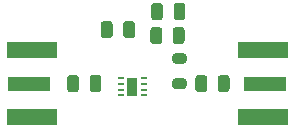
<source format=gbr>
%TF.GenerationSoftware,KiCad,Pcbnew,(5.1.9)-1*%
%TF.CreationDate,2021-01-25T16:28:54-05:00*%
%TF.ProjectId,LNA2,4c4e4132-2e6b-4696-9361-645f70636258,rev?*%
%TF.SameCoordinates,Original*%
%TF.FileFunction,Soldermask,Top*%
%TF.FilePolarity,Negative*%
%FSLAX46Y46*%
G04 Gerber Fmt 4.6, Leading zero omitted, Abs format (unit mm)*
G04 Created by KiCad (PCBNEW (5.1.9)-1) date 2021-01-25 16:28:54*
%MOMM*%
%LPD*%
G01*
G04 APERTURE LIST*
%ADD10R,0.500000X0.250000*%
%ADD11R,0.900000X1.600000*%
%ADD12R,3.600000X1.270000*%
%ADD13R,4.200000X1.350000*%
G04 APERTURE END LIST*
%TO.C,CC1*%
G36*
G01*
X99560000Y-79789000D02*
X99560000Y-80739000D01*
G75*
G02*
X99310000Y-80989000I-250000J0D01*
G01*
X98810000Y-80989000D01*
G75*
G02*
X98560000Y-80739000I0J250000D01*
G01*
X98560000Y-79789000D01*
G75*
G02*
X98810000Y-79539000I250000J0D01*
G01*
X99310000Y-79539000D01*
G75*
G02*
X99560000Y-79789000I0J-250000D01*
G01*
G37*
G36*
G01*
X97660000Y-79789000D02*
X97660000Y-80739000D01*
G75*
G02*
X97410000Y-80989000I-250000J0D01*
G01*
X96910000Y-80989000D01*
G75*
G02*
X96660000Y-80739000I0J250000D01*
G01*
X96660000Y-79789000D01*
G75*
G02*
X96910000Y-79539000I250000J0D01*
G01*
X97410000Y-79539000D01*
G75*
G02*
X97660000Y-79789000I0J-250000D01*
G01*
G37*
%TD*%
%TO.C,CC2*%
G36*
G01*
X108516000Y-79789000D02*
X108516000Y-80739000D01*
G75*
G02*
X108266000Y-80989000I-250000J0D01*
G01*
X107766000Y-80989000D01*
G75*
G02*
X107516000Y-80739000I0J250000D01*
G01*
X107516000Y-79789000D01*
G75*
G02*
X107766000Y-79539000I250000J0D01*
G01*
X108266000Y-79539000D01*
G75*
G02*
X108516000Y-79789000I0J-250000D01*
G01*
G37*
G36*
G01*
X110416000Y-79789000D02*
X110416000Y-80739000D01*
G75*
G02*
X110166000Y-80989000I-250000J0D01*
G01*
X109666000Y-80989000D01*
G75*
G02*
X109416000Y-80739000I0J250000D01*
G01*
X109416000Y-79789000D01*
G75*
G02*
X109666000Y-79539000I250000J0D01*
G01*
X110166000Y-79539000D01*
G75*
G02*
X110416000Y-79789000I0J-250000D01*
G01*
G37*
%TD*%
%TO.C,CDC1*%
G36*
G01*
X99515000Y-76167000D02*
X99515000Y-75217000D01*
G75*
G02*
X99765000Y-74967000I250000J0D01*
G01*
X100265000Y-74967000D01*
G75*
G02*
X100515000Y-75217000I0J-250000D01*
G01*
X100515000Y-76167000D01*
G75*
G02*
X100265000Y-76417000I-250000J0D01*
G01*
X99765000Y-76417000D01*
G75*
G02*
X99515000Y-76167000I0J250000D01*
G01*
G37*
G36*
G01*
X101415000Y-76167000D02*
X101415000Y-75217000D01*
G75*
G02*
X101665000Y-74967000I250000J0D01*
G01*
X102165000Y-74967000D01*
G75*
G02*
X102415000Y-75217000I0J-250000D01*
G01*
X102415000Y-76167000D01*
G75*
G02*
X102165000Y-76417000I-250000J0D01*
G01*
X101665000Y-76417000D01*
G75*
G02*
X101415000Y-76167000I0J250000D01*
G01*
G37*
%TD*%
%TO.C,CRF1*%
G36*
G01*
X104706000Y-75725000D02*
X104706000Y-76675000D01*
G75*
G02*
X104456000Y-76925000I-250000J0D01*
G01*
X103956000Y-76925000D01*
G75*
G02*
X103706000Y-76675000I0J250000D01*
G01*
X103706000Y-75725000D01*
G75*
G02*
X103956000Y-75475000I250000J0D01*
G01*
X104456000Y-75475000D01*
G75*
G02*
X104706000Y-75725000I0J-250000D01*
G01*
G37*
G36*
G01*
X106606000Y-75725000D02*
X106606000Y-76675000D01*
G75*
G02*
X106356000Y-76925000I-250000J0D01*
G01*
X105856000Y-76925000D01*
G75*
G02*
X105606000Y-76675000I0J250000D01*
G01*
X105606000Y-75725000D01*
G75*
G02*
X105856000Y-75475000I250000J0D01*
G01*
X106356000Y-75475000D01*
G75*
G02*
X106606000Y-75725000I0J-250000D01*
G01*
G37*
%TD*%
%TO.C,CRF2*%
G36*
G01*
X106672000Y-73693000D02*
X106672000Y-74643000D01*
G75*
G02*
X106422000Y-74893000I-250000J0D01*
G01*
X105922000Y-74893000D01*
G75*
G02*
X105672000Y-74643000I0J250000D01*
G01*
X105672000Y-73693000D01*
G75*
G02*
X105922000Y-73443000I250000J0D01*
G01*
X106422000Y-73443000D01*
G75*
G02*
X106672000Y-73693000I0J-250000D01*
G01*
G37*
G36*
G01*
X104772000Y-73693000D02*
X104772000Y-74643000D01*
G75*
G02*
X104522000Y-74893000I-250000J0D01*
G01*
X104022000Y-74893000D01*
G75*
G02*
X103772000Y-74643000I0J250000D01*
G01*
X103772000Y-73693000D01*
G75*
G02*
X104022000Y-73443000I250000J0D01*
G01*
X104522000Y-73443000D01*
G75*
G02*
X104772000Y-73693000I0J-250000D01*
G01*
G37*
%TD*%
%TO.C,LRF1*%
G36*
G01*
X105790750Y-77701500D02*
X106553250Y-77701500D01*
G75*
G02*
X106772000Y-77920250I0J-218750D01*
G01*
X106772000Y-78357750D01*
G75*
G02*
X106553250Y-78576500I-218750J0D01*
G01*
X105790750Y-78576500D01*
G75*
G02*
X105572000Y-78357750I0J218750D01*
G01*
X105572000Y-77920250D01*
G75*
G02*
X105790750Y-77701500I218750J0D01*
G01*
G37*
G36*
G01*
X105790750Y-79826500D02*
X106553250Y-79826500D01*
G75*
G02*
X106772000Y-80045250I0J-218750D01*
G01*
X106772000Y-80482750D01*
G75*
G02*
X106553250Y-80701500I-218750J0D01*
G01*
X105790750Y-80701500D01*
G75*
G02*
X105572000Y-80482750I0J218750D01*
G01*
X105572000Y-80045250D01*
G75*
G02*
X105790750Y-79826500I218750J0D01*
G01*
G37*
%TD*%
D10*
%TO.C,U1*%
X101234200Y-80768000D03*
X103134200Y-80268000D03*
X103134200Y-79768000D03*
D11*
X102184200Y-80518000D03*
D10*
X101234200Y-79768000D03*
X101234200Y-80268000D03*
X101234200Y-81268000D03*
X103134200Y-81268000D03*
X103134200Y-80768000D03*
%TD*%
D12*
%TO.C,J1*%
X93472000Y-80264000D03*
D13*
X93672000Y-77439000D03*
X93672000Y-83089000D03*
%TD*%
%TO.C,J2*%
X113211000Y-77439000D03*
X113211000Y-83089000D03*
D12*
X113411000Y-80264000D03*
%TD*%
M02*

</source>
